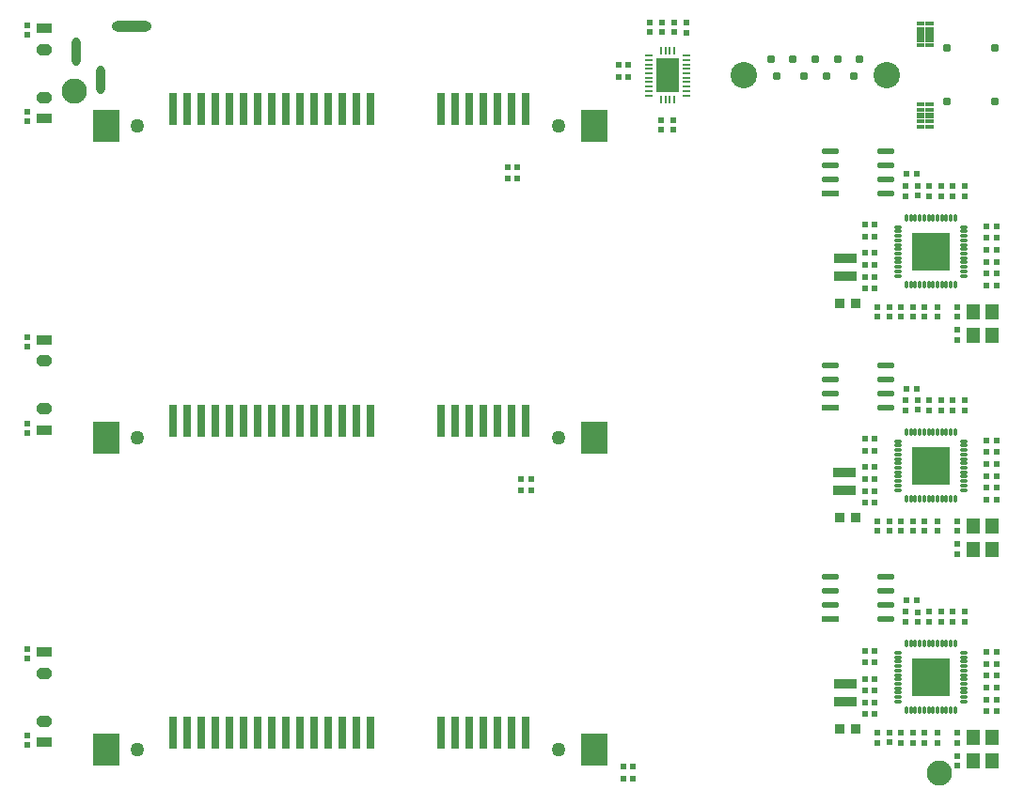
<source format=gbs>
G04*
G04 #@! TF.GenerationSoftware,Altium Limited,Altium Designer,24.0.1 (36)*
G04*
G04 Layer_Color=16711935*
%FSLAX44Y44*%
%MOMM*%
G71*
G04*
G04 #@! TF.SameCoordinates,83E8BF3D-B213-456F-A94E-7FD5B374DFB2*
G04*
G04*
G04 #@! TF.FilePolarity,Negative*
G04*
G01*
G75*
%ADD47O,1.5762X0.5762*%
%ADD48R,1.5762X0.5762*%
%ADD52C,2.2700*%
%ADD55R,0.5762X0.5762*%
%ADD57R,0.5762X0.5762*%
%ADD58R,1.3462X0.9652*%
%ADD65R,1.2762X1.3762*%
%ADD67R,0.8262X0.9262*%
%ADD77C,0.7772*%
%ADD78C,2.3851*%
%ADD79O,0.7762X2.5762*%
%ADD80O,3.5762X0.9762*%
%ADD81C,0.7762*%
%ADD82C,1.2762*%
%ADD119R,2.0762X0.9262*%
%ADD120R,2.4762X2.8762*%
%ADD121O,0.2762X0.7762*%
%ADD122O,0.7762X0.2762*%
%ADD123R,3.3762X3.3762*%
%ADD124R,0.7762X0.2762*%
%ADD125R,0.2762X0.7762*%
%ADD126R,2.0762X3.0762*%
G04:AMPARAMS|DCode=127|XSize=1.3462mm|YSize=0.9652mm|CornerRadius=0mm|HoleSize=0mm|Usage=FLASHONLY|Rotation=180.000|XOffset=0mm|YOffset=0mm|HoleType=Round|Shape=Octagon|*
%AMOCTAGOND127*
4,1,8,-0.6731,0.2413,-0.6731,-0.2413,-0.4318,-0.4826,0.4318,-0.4826,0.6731,-0.2413,0.6731,0.2413,0.4318,0.4826,-0.4318,0.4826,-0.6731,0.2413,0.0*
%
%ADD127OCTAGOND127*%

%ADD128R,0.6762X2.9762*%
G36*
X826850Y664382D02*
X819800D01*
Y667782D01*
X826850D01*
Y664382D01*
D02*
G37*
G36*
X818500D02*
X811450D01*
Y667782D01*
X818500D01*
Y664382D01*
D02*
G37*
G36*
X826850Y659382D02*
X819800D01*
Y662782D01*
X826850D01*
Y659382D01*
D02*
G37*
G36*
X818500D02*
X811450D01*
Y662782D01*
X818500D01*
Y659382D01*
D02*
G37*
G36*
X826850Y653382D02*
X819800D01*
Y658782D01*
X826850D01*
Y653382D01*
D02*
G37*
G36*
X818500D02*
X811450D01*
Y658782D01*
X818500D01*
Y653382D01*
D02*
G37*
G36*
X826850Y649382D02*
X819800D01*
Y652782D01*
X826850D01*
Y649382D01*
D02*
G37*
G36*
X818500D02*
X811450D01*
Y652782D01*
X818500D01*
Y649382D01*
D02*
G37*
G36*
X826850Y644382D02*
X819800D01*
Y647782D01*
X826850D01*
Y644382D01*
D02*
G37*
G36*
X818500D02*
X811450D01*
Y647782D01*
X818500D01*
Y644382D01*
D02*
G37*
G36*
X826850Y737788D02*
X819800D01*
Y741188D01*
X826850D01*
Y737788D01*
D02*
G37*
G36*
X818500D02*
X811450D01*
Y741188D01*
X818500D01*
Y737788D01*
D02*
G37*
G36*
X826850Y732788D02*
X819800D01*
Y736188D01*
X826850D01*
Y732788D01*
D02*
G37*
G36*
X818500D02*
X811450D01*
Y736188D01*
X818500D01*
Y732788D01*
D02*
G37*
G36*
X826850Y726788D02*
X819800D01*
Y732188D01*
X826850D01*
Y726788D01*
D02*
G37*
G36*
X818500D02*
X811450D01*
Y732188D01*
X818500D01*
Y726788D01*
D02*
G37*
G36*
X826850Y722788D02*
X819800D01*
Y726188D01*
X826850D01*
Y722788D01*
D02*
G37*
G36*
X818500D02*
X811450D01*
Y726188D01*
X818500D01*
Y722788D01*
D02*
G37*
G36*
X826850Y717788D02*
X819800D01*
Y721188D01*
X826850D01*
Y717788D01*
D02*
G37*
G36*
X818500D02*
X811450D01*
Y721188D01*
X818500D01*
Y717788D01*
D02*
G37*
D47*
X734306Y598932D02*
D03*
Y611632D02*
D03*
Y624332D02*
D03*
X784306Y586232D02*
D03*
Y598932D02*
D03*
Y611632D02*
D03*
Y624332D02*
D03*
Y431292D02*
D03*
Y418592D02*
D03*
Y405892D02*
D03*
Y393192D02*
D03*
X734306Y431292D02*
D03*
Y418592D02*
D03*
Y405892D02*
D03*
X784306Y240538D02*
D03*
Y227838D02*
D03*
Y215138D02*
D03*
Y202438D02*
D03*
X734306Y240538D02*
D03*
Y227838D02*
D03*
Y215138D02*
D03*
D48*
Y586232D02*
D03*
Y393192D02*
D03*
Y202438D02*
D03*
D52*
X53086Y677926D02*
D03*
X832358Y63500D02*
D03*
D55*
X11176Y166692D02*
D03*
Y175192D02*
D03*
Y97468D02*
D03*
Y88968D02*
D03*
Y659502D02*
D03*
Y651002D02*
D03*
Y378900D02*
D03*
Y370400D02*
D03*
Y448124D02*
D03*
Y456624D02*
D03*
X593090Y739898D02*
D03*
Y731398D02*
D03*
X604012Y740117D02*
D03*
Y731116D02*
D03*
X571246Y731334D02*
D03*
Y739834D02*
D03*
X582168Y731334D02*
D03*
Y739834D02*
D03*
X581152Y651950D02*
D03*
Y643450D02*
D03*
X592328Y651950D02*
D03*
Y643450D02*
D03*
X801624Y390724D02*
D03*
Y399724D02*
D03*
X797560Y474870D02*
D03*
Y483870D02*
D03*
X812292Y208688D02*
D03*
Y200188D02*
D03*
X801624Y199970D02*
D03*
Y208970D02*
D03*
X822960Y199970D02*
D03*
Y208970D02*
D03*
X830637Y100076D02*
D03*
Y91076D02*
D03*
X833628Y199970D02*
D03*
Y208970D02*
D03*
X854964Y199970D02*
D03*
Y208970D02*
D03*
X844296Y199970D02*
D03*
Y208970D02*
D03*
X848614Y70176D02*
D03*
Y79176D02*
D03*
Y100004D02*
D03*
Y91004D02*
D03*
X797560D02*
D03*
Y100004D02*
D03*
X818896Y100076D02*
D03*
Y91076D02*
D03*
X786892Y99859D02*
D03*
Y91358D02*
D03*
X808228Y91004D02*
D03*
Y100004D02*
D03*
X776224D02*
D03*
Y91004D02*
D03*
X822960Y390724D02*
D03*
Y399724D02*
D03*
X833628Y390724D02*
D03*
Y399724D02*
D03*
X812292Y390942D02*
D03*
Y399442D02*
D03*
X844296Y390724D02*
D03*
Y399724D02*
D03*
X854964Y390724D02*
D03*
Y399724D02*
D03*
X830637Y290830D02*
D03*
Y281830D02*
D03*
X848614Y290758D02*
D03*
Y281758D02*
D03*
X797560Y281830D02*
D03*
Y290830D02*
D03*
X786892Y290613D02*
D03*
Y282113D02*
D03*
X808228Y281830D02*
D03*
Y290830D02*
D03*
X818896Y290830D02*
D03*
Y281830D02*
D03*
X776224Y290830D02*
D03*
Y281830D02*
D03*
X848614Y260930D02*
D03*
Y269930D02*
D03*
X833628Y583764D02*
D03*
Y592764D02*
D03*
X830637Y483870D02*
D03*
Y474870D02*
D03*
X844296Y583764D02*
D03*
Y592764D02*
D03*
X822960Y583764D02*
D03*
Y592764D02*
D03*
X818896Y483870D02*
D03*
Y474870D02*
D03*
X812292Y592482D02*
D03*
Y583982D02*
D03*
X801624Y583764D02*
D03*
Y592764D02*
D03*
X848614Y453970D02*
D03*
Y462970D02*
D03*
X854964Y583764D02*
D03*
Y592764D02*
D03*
X848614Y483798D02*
D03*
Y474798D02*
D03*
X808228Y474870D02*
D03*
Y483870D02*
D03*
X776224D02*
D03*
Y474870D02*
D03*
X786892Y483652D02*
D03*
Y475153D02*
D03*
X11176Y737294D02*
D03*
Y728794D02*
D03*
D57*
X811458Y219456D02*
D03*
X802458D02*
D03*
X765188Y307340D02*
D03*
X773688D02*
D03*
X765188Y318008D02*
D03*
X773688D02*
D03*
X773938Y328676D02*
D03*
X764938D02*
D03*
X547442Y58928D02*
D03*
X556442D02*
D03*
X547442Y69596D02*
D03*
X556442D02*
D03*
X764938Y137922D02*
D03*
X773938D02*
D03*
X773688Y127254D02*
D03*
X765188D02*
D03*
X773688Y116586D02*
D03*
X765188D02*
D03*
X773938Y173990D02*
D03*
X764938D02*
D03*
X773938Y163322D02*
D03*
X764938D02*
D03*
X773938Y148590D02*
D03*
X764938D02*
D03*
X874480Y162052D02*
D03*
X883480D02*
D03*
X874480Y151384D02*
D03*
X883480D02*
D03*
X874480Y130048D02*
D03*
X883480D02*
D03*
X874480Y172720D02*
D03*
X883480D02*
D03*
X874480Y119380D02*
D03*
X883480D02*
D03*
X874480Y140716D02*
D03*
X883480D02*
D03*
X874480Y363474D02*
D03*
X883480D02*
D03*
X874480Y331470D02*
D03*
X883480D02*
D03*
X874480Y352806D02*
D03*
X883480D02*
D03*
X874480Y320802D02*
D03*
X883480D02*
D03*
X773938Y364744D02*
D03*
X764938D02*
D03*
X773938Y354076D02*
D03*
X764938D02*
D03*
X773938Y339344D02*
D03*
X764938D02*
D03*
X874480Y342138D02*
D03*
X883480D02*
D03*
X874480Y310134D02*
D03*
X883480D02*
D03*
X802458Y410210D02*
D03*
X811458D02*
D03*
X773938Y547116D02*
D03*
X764938D02*
D03*
X773938Y557784D02*
D03*
X764938D02*
D03*
X802458Y603504D02*
D03*
X811458D02*
D03*
X874480Y556514D02*
D03*
X883480D02*
D03*
X773938Y532384D02*
D03*
X764938D02*
D03*
X874480Y513842D02*
D03*
X883480D02*
D03*
X874480Y545846D02*
D03*
X883480D02*
D03*
X874480Y503174D02*
D03*
X883480D02*
D03*
X764938Y521716D02*
D03*
X773938D02*
D03*
X773688Y511048D02*
D03*
X765188D02*
D03*
X874480Y524510D02*
D03*
X883480D02*
D03*
X874480Y535178D02*
D03*
X883480D02*
D03*
X773688Y500380D02*
D03*
X765188D02*
D03*
X455748Y328930D02*
D03*
X464748D02*
D03*
X455748Y318262D02*
D03*
X464748D02*
D03*
X443302Y610108D02*
D03*
X452302D02*
D03*
X443302Y599440D02*
D03*
X452302D02*
D03*
X552124Y691388D02*
D03*
X543124D02*
D03*
X552124Y702056D02*
D03*
X543124D02*
D03*
D58*
X26417Y454136D02*
D03*
Y734671D02*
D03*
X26416Y653415D02*
D03*
Y372880D02*
D03*
X26417Y172709D02*
D03*
X26416Y91453D02*
D03*
D65*
X879838Y95676D02*
D03*
Y74676D02*
D03*
X862838D02*
D03*
Y95676D02*
D03*
X879838Y286430D02*
D03*
Y265430D02*
D03*
X862838D02*
D03*
Y286430D02*
D03*
X879838Y479470D02*
D03*
Y458470D02*
D03*
X862838D02*
D03*
Y479470D02*
D03*
D67*
X742304Y103124D02*
D03*
X756804D02*
D03*
X742304Y293878D02*
D03*
X756804D02*
D03*
X742304Y486918D02*
D03*
X756804D02*
D03*
D77*
X685343Y691769D02*
D03*
X710336D02*
D03*
X730352D02*
D03*
X755345D02*
D03*
X680339Y706755D02*
D03*
X700354D02*
D03*
X720344D02*
D03*
X740334D02*
D03*
X760349D02*
D03*
D78*
X784352Y692760D02*
D03*
X656336D02*
D03*
D79*
X54708Y713848D02*
D03*
X76708Y688848D02*
D03*
D80*
X104708Y736348D02*
D03*
D81*
X882306Y716913D02*
D03*
X839306D02*
D03*
Y668912D02*
D03*
X882306D02*
D03*
D82*
X109612Y84786D02*
D03*
X489612D02*
D03*
X109612Y646948D02*
D03*
X489612D02*
D03*
X109612Y366213D02*
D03*
X489612D02*
D03*
D119*
X747522Y511434D02*
D03*
Y527934D02*
D03*
X746785Y318394D02*
D03*
Y334894D02*
D03*
X747522Y127640D02*
D03*
Y144140D02*
D03*
D120*
X521512Y646948D02*
D03*
Y84786D02*
D03*
X82112D02*
D03*
Y646948D02*
D03*
X521512Y366213D02*
D03*
X82112D02*
D03*
D121*
X802484Y180114D02*
D03*
X806484D02*
D03*
X810484D02*
D03*
X814484D02*
D03*
X818484D02*
D03*
X822484D02*
D03*
X826484D02*
D03*
X830484D02*
D03*
X834484D02*
D03*
X838484D02*
D03*
X842484D02*
D03*
X846484D02*
D03*
Y120114D02*
D03*
X842484D02*
D03*
X838484D02*
D03*
X834484D02*
D03*
X830484D02*
D03*
X826484D02*
D03*
X822484D02*
D03*
X818484D02*
D03*
X814484D02*
D03*
X810484D02*
D03*
X806484D02*
D03*
X802484D02*
D03*
Y370868D02*
D03*
X806484D02*
D03*
X810484D02*
D03*
X814484D02*
D03*
X818484D02*
D03*
X822484D02*
D03*
X826484D02*
D03*
X830484D02*
D03*
X834484D02*
D03*
X838484D02*
D03*
X842484D02*
D03*
X846484D02*
D03*
Y310868D02*
D03*
X842484D02*
D03*
X838484D02*
D03*
X834484D02*
D03*
X830484D02*
D03*
X826484D02*
D03*
X822484D02*
D03*
X818484D02*
D03*
X814484D02*
D03*
X810484D02*
D03*
X806484D02*
D03*
X802484D02*
D03*
Y563908D02*
D03*
X806484D02*
D03*
X810484D02*
D03*
X814484D02*
D03*
X818484D02*
D03*
X822484D02*
D03*
X826484D02*
D03*
X830484D02*
D03*
X834484D02*
D03*
X838484D02*
D03*
X842484D02*
D03*
X846484D02*
D03*
Y503908D02*
D03*
X842484D02*
D03*
X838484D02*
D03*
X834484D02*
D03*
X830484D02*
D03*
X826484D02*
D03*
X822484D02*
D03*
X818484D02*
D03*
X814484D02*
D03*
X810484D02*
D03*
X806484D02*
D03*
X802484D02*
D03*
D122*
X854484Y172114D02*
D03*
Y168114D02*
D03*
Y164114D02*
D03*
Y160114D02*
D03*
Y156114D02*
D03*
Y152114D02*
D03*
Y148114D02*
D03*
Y144114D02*
D03*
Y140114D02*
D03*
Y136114D02*
D03*
Y132114D02*
D03*
Y128114D02*
D03*
X794484D02*
D03*
Y132114D02*
D03*
Y136114D02*
D03*
Y140114D02*
D03*
Y144114D02*
D03*
Y148114D02*
D03*
Y152114D02*
D03*
Y156114D02*
D03*
Y160114D02*
D03*
Y164114D02*
D03*
Y168114D02*
D03*
Y172114D02*
D03*
X854484Y362868D02*
D03*
Y358868D02*
D03*
Y354868D02*
D03*
Y350868D02*
D03*
Y346868D02*
D03*
Y342868D02*
D03*
Y338868D02*
D03*
Y334868D02*
D03*
Y330868D02*
D03*
Y326868D02*
D03*
Y322868D02*
D03*
Y318868D02*
D03*
X794484D02*
D03*
Y322868D02*
D03*
Y326868D02*
D03*
Y330868D02*
D03*
Y334868D02*
D03*
Y338868D02*
D03*
Y342868D02*
D03*
Y346868D02*
D03*
Y350868D02*
D03*
Y354868D02*
D03*
Y358868D02*
D03*
Y362868D02*
D03*
X854484Y555908D02*
D03*
Y551908D02*
D03*
Y547908D02*
D03*
Y543908D02*
D03*
Y539908D02*
D03*
Y535908D02*
D03*
Y531908D02*
D03*
Y527908D02*
D03*
Y523908D02*
D03*
Y519908D02*
D03*
Y515908D02*
D03*
Y511908D02*
D03*
X794484D02*
D03*
Y515908D02*
D03*
Y519908D02*
D03*
Y523908D02*
D03*
Y527908D02*
D03*
Y531908D02*
D03*
Y535908D02*
D03*
Y539908D02*
D03*
Y543908D02*
D03*
Y547908D02*
D03*
Y551908D02*
D03*
Y555908D02*
D03*
D123*
X824484Y150114D02*
D03*
Y340868D02*
D03*
Y533908D02*
D03*
D124*
X604502Y710402D02*
D03*
Y706402D02*
D03*
Y702404D02*
D03*
Y698403D02*
D03*
Y694403D02*
D03*
Y690403D02*
D03*
Y686402D02*
D03*
Y682404D02*
D03*
Y678403D02*
D03*
Y674403D02*
D03*
X570502Y674406D02*
D03*
Y678406D02*
D03*
Y682404D02*
D03*
Y686404D02*
D03*
Y690405D02*
D03*
Y694406D02*
D03*
Y698406D02*
D03*
Y702404D02*
D03*
Y706404D02*
D03*
Y710405D02*
D03*
D125*
X593502Y670403D02*
D03*
X589501D02*
D03*
X585500D02*
D03*
X581500D02*
D03*
X581502Y714406D02*
D03*
X585503D02*
D03*
X589504D02*
D03*
X593504D02*
D03*
D126*
X587502Y692404D02*
D03*
D127*
X26417Y435136D02*
D03*
Y715671D02*
D03*
X26416Y672415D02*
D03*
Y391880D02*
D03*
X26417Y153709D02*
D03*
X26416Y110453D02*
D03*
D128*
X459412Y99786D02*
D03*
X446712D02*
D03*
X434012D02*
D03*
X421312D02*
D03*
X408612D02*
D03*
X395912D02*
D03*
X383212D02*
D03*
X319712D02*
D03*
X307012D02*
D03*
X294312D02*
D03*
X281612D02*
D03*
X268912D02*
D03*
X256212D02*
D03*
X243512D02*
D03*
X230812D02*
D03*
X218112D02*
D03*
X205412D02*
D03*
X192712D02*
D03*
X180012D02*
D03*
X167312D02*
D03*
X154612D02*
D03*
X141912D02*
D03*
X459412Y661948D02*
D03*
X446712D02*
D03*
X434012D02*
D03*
X421312D02*
D03*
X408612D02*
D03*
X395912D02*
D03*
X383212D02*
D03*
X319712D02*
D03*
X307012D02*
D03*
X294312D02*
D03*
X281612D02*
D03*
X268912D02*
D03*
X256212D02*
D03*
X243512D02*
D03*
X230812D02*
D03*
X218112D02*
D03*
X205412D02*
D03*
X192712D02*
D03*
X180012D02*
D03*
X167312D02*
D03*
X154612D02*
D03*
X141912D02*
D03*
X459412Y381213D02*
D03*
X446712D02*
D03*
X434012D02*
D03*
X421312D02*
D03*
X408612D02*
D03*
X395912D02*
D03*
X383212D02*
D03*
X319712D02*
D03*
X307012D02*
D03*
X294312D02*
D03*
X281612D02*
D03*
X268912D02*
D03*
X256212D02*
D03*
X243512D02*
D03*
X230812D02*
D03*
X218112D02*
D03*
X205412D02*
D03*
X192712D02*
D03*
X180012D02*
D03*
X167312D02*
D03*
X154612D02*
D03*
X141912D02*
D03*
M02*

</source>
